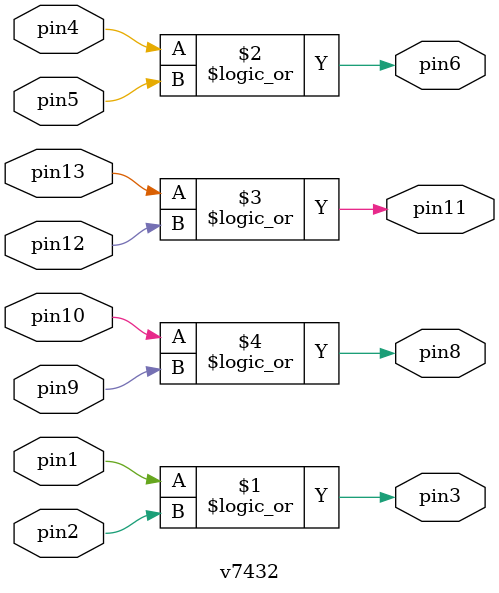
<source format=v>
module mux2to1 (x,y,s,m);

	input x, y, s;
	output m;
	wire s1, a1, a2;
	
	v7404 inv( .pin1(s), .pin2(s1));
	v7408 and1( .pin1(s1), .pin2(x), .pin3(a1));
	v7408 and2( .pin1(s), .pin2(y), .pin3(a2));
	v7432 OR(.pin1(a1), .pin2(a2), .pin3(m));
	
endmodule 

module v7404 (pin1, pin3, pin5, pin9, pin11, pin13, pin2, pin4, pin6, pin8, pin10, pin12);
				
	input pin1, pin3, pin5, pin13, pin11, pin9;
	output pin2, pin4, pin6, pin12, pin10, pin8;
	
	assign pin2 = ~pin1;
	assign pin4 = ~pin3;
	assign pin6 = ~pin5;
	assign pin12 = ~pin13;
	assign pin10 = ~pin11;
	assign pin8 = ~pin9;
	
endmodule
	
	
module v7408 (pin1, pin3, pin5, pin9, pin11, pin13, pin2, pin4, pin6, pin8, pin10, pin12);
	
	input pin1, pin2, pin4, pin5, pin13, pin12, pin10, pin9;
	output pin3, pin6, pin11, pin8;
	
	assign pin3 = pin1 & pin2;
	assign pin6 = pin4 & pin5;
	assign pin11 = pin13 & pin12;
	assign pin8 = pin10 & pin9;

endmodule
	
	
module v7432 (pin1, pin3, pin5, pin9, pin11, pin13, pin2, pin4, pin6, pin8, pin10, pin12);

	input pin1, pin2, pin4, pin5, pin13, pin12, pin10, pin9;
	output pin3, pin6, pin11, pin8;
	
	assign pin3 = pin1 || pin2;
	assign pin6 = pin4 || pin5;
	assign pin11 = pin13 || pin12;
	assign pin8 = pin10 || pin9;
	
endmodule

</source>
